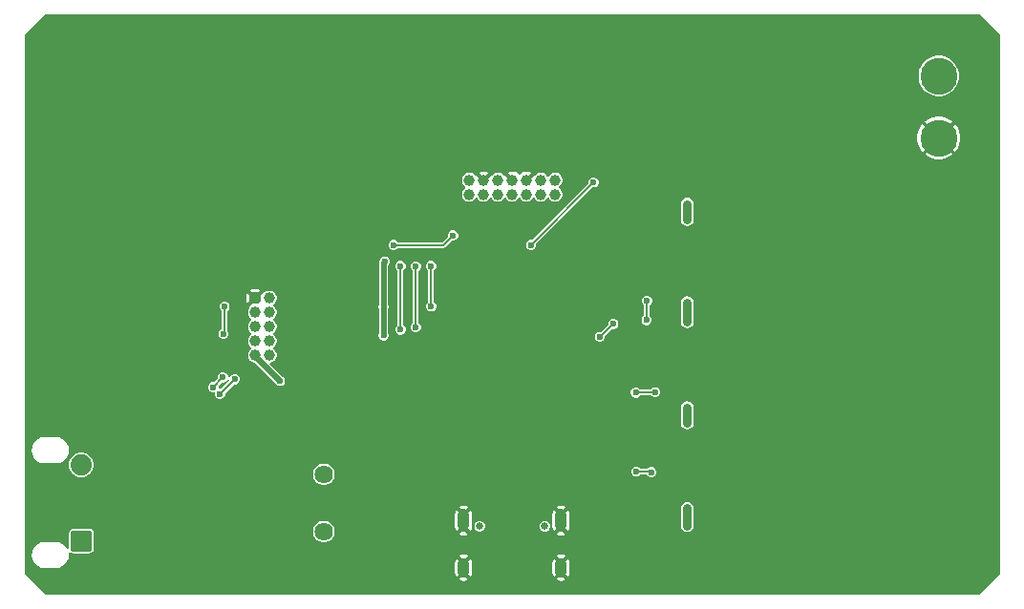
<source format=gbl>
G04*
G04 #@! TF.GenerationSoftware,Altium Limited,Altium Designer,22.4.2 (48)*
G04*
G04 Layer_Physical_Order=2*
G04 Layer_Color=16711680*
%FSLAX44Y44*%
%MOMM*%
G71*
G04*
G04 #@! TF.SameCoordinates,5AEF41FB-E79F-4A44-A991-0DBAD6E3AD50*
G04*
G04*
G04 #@! TF.FilePolarity,Positive*
G04*
G01*
G75*
%ADD10C,0.2500*%
%ADD12C,0.2000*%
%ADD47O,1.0000X1.8000*%
%ADD48O,1.0000X2.1000*%
%ADD49C,1.6256*%
%ADD50C,0.6500*%
%ADD51C,1.0000*%
G04:AMPARAMS|DCode=52|XSize=1mm|YSize=1mm|CornerRadius=0.25mm|HoleSize=0mm|Usage=FLASHONLY|Rotation=270.000|XOffset=0mm|YOffset=0mm|HoleType=Round|Shape=RoundedRectangle|*
%AMROUNDEDRECTD52*
21,1,1.0000,0.5000,0,0,270.0*
21,1,0.5000,1.0000,0,0,270.0*
1,1,0.5000,-0.2500,-0.2500*
1,1,0.5000,-0.2500,0.2500*
1,1,0.5000,0.2500,0.2500*
1,1,0.5000,0.2500,-0.2500*
%
%ADD52ROUNDEDRECTD52*%
%ADD53C,3.2700*%
G04:AMPARAMS|DCode=54|XSize=1.881mm|YSize=1.881mm|CornerRadius=0.2351mm|HoleSize=0mm|Usage=FLASHONLY|Rotation=0.000|XOffset=0mm|YOffset=0mm|HoleType=Round|Shape=RoundedRectangle|*
%AMROUNDEDRECTD54*
21,1,1.8810,1.4108,0,0,0.0*
21,1,1.4108,1.8810,0,0,0.0*
1,1,0.4703,0.7054,-0.7054*
1,1,0.4703,-0.7054,-0.7054*
1,1,0.4703,-0.7054,0.7054*
1,1,0.4703,0.7054,0.7054*
%
%ADD54ROUNDEDRECTD54*%
%ADD55C,1.8810*%
%ADD56C,0.5000*%
%ADD59C,0.8000*%
%ADD64C,0.6000*%
%ADD65C,0.5000*%
%ADD66C,0.8000*%
G36*
X432451Y238944D02*
Y-238944D01*
X413944Y-257451D01*
X-413944D01*
X-432451Y-238944D01*
Y238944D01*
X-413944Y257451D01*
X413944D01*
X432451Y238944D01*
D02*
G37*
%LPC*%
G36*
X379758Y220350D02*
X376242D01*
X372793Y219664D01*
X369545Y218319D01*
X366621Y216365D01*
X364135Y213879D01*
X362182Y210955D01*
X360836Y207707D01*
X360150Y204258D01*
Y200742D01*
X360836Y197293D01*
X362182Y194045D01*
X364135Y191121D01*
X366621Y188635D01*
X369545Y186682D01*
X372793Y185336D01*
X376242Y184650D01*
X379758D01*
X383207Y185336D01*
X386455Y186682D01*
X389379Y188635D01*
X391865Y191121D01*
X393819Y194045D01*
X395164Y197293D01*
X395850Y200742D01*
Y204258D01*
X395164Y207707D01*
X393819Y210955D01*
X391865Y213879D01*
X389379Y216365D01*
X386455Y218319D01*
X383207Y219664D01*
X379758Y220350D01*
D02*
G37*
G36*
X379860Y166390D02*
X376139D01*
X372490Y165664D01*
X369052Y164240D01*
X365958Y162173D01*
X365880Y162095D01*
X378000Y149975D01*
X390120Y162095D01*
X390042Y162173D01*
X386948Y164240D01*
X383510Y165664D01*
X379860Y166390D01*
D02*
G37*
G36*
X392595Y159620D02*
X380475Y147500D01*
X392595Y135380D01*
X392673Y135458D01*
X394740Y138552D01*
X396164Y141990D01*
X396890Y145640D01*
Y149361D01*
X396164Y153010D01*
X394740Y156448D01*
X392673Y159542D01*
X392595Y159620D01*
D02*
G37*
G36*
X363405Y159620D02*
X363327Y159542D01*
X361260Y156448D01*
X359836Y153010D01*
X359110Y149361D01*
Y145640D01*
X359836Y141990D01*
X361260Y138552D01*
X363327Y135458D01*
X363405Y135380D01*
X375525Y147500D01*
X363405Y159620D01*
D02*
G37*
G36*
X378000Y145025D02*
X365880Y132905D01*
X365958Y132827D01*
X369052Y130760D01*
X372490Y129336D01*
X376139Y128610D01*
X379860D01*
X383510Y129336D01*
X386948Y130760D01*
X390042Y132827D01*
X390120Y132905D01*
X378000Y145025D01*
D02*
G37*
G36*
X13693Y117740D02*
X11707D01*
X9790Y117226D01*
X8070Y116234D01*
X7195Y115358D01*
X6350Y114974D01*
X5505Y115358D01*
X4630Y116234D01*
X2910Y117226D01*
X993Y117740D01*
X-993D01*
X-2910Y117226D01*
X-3951Y116625D01*
X1237Y111437D01*
X-1237Y108963D01*
X-6656Y114381D01*
X-7733Y114426D01*
X-8709Y115401D01*
X-10191Y116257D01*
X-11844Y116700D01*
X-13556D01*
X-15209Y116257D01*
X-16691Y115401D01*
X-17667Y114426D01*
X-18744Y114381D01*
X-24163Y108963D01*
X-25400Y110200D01*
X-26637Y108963D01*
X-32056Y114381D01*
X-33133Y114426D01*
X-34109Y115401D01*
X-35591Y116257D01*
X-37244Y116700D01*
X-38956D01*
X-40609Y116257D01*
X-42091Y115401D01*
X-43301Y114191D01*
X-44157Y112709D01*
X-44600Y111056D01*
Y109344D01*
X-44157Y107691D01*
X-43301Y106209D01*
X-42091Y104999D01*
X-41371Y104583D01*
Y103117D01*
X-42091Y102701D01*
X-43301Y101491D01*
X-44157Y100009D01*
X-44600Y98356D01*
Y96644D01*
X-44157Y94991D01*
X-43301Y93509D01*
X-42091Y92299D01*
X-40609Y91443D01*
X-38956Y91000D01*
X-37244D01*
X-35591Y91443D01*
X-34109Y92299D01*
X-32899Y93509D01*
X-32483Y94229D01*
X-31017D01*
X-30601Y93509D01*
X-29391Y92299D01*
X-27909Y91443D01*
X-26256Y91000D01*
X-24544D01*
X-22891Y91443D01*
X-21409Y92299D01*
X-20199Y93509D01*
X-19783Y94229D01*
X-18317D01*
X-17901Y93509D01*
X-16691Y92299D01*
X-15209Y91443D01*
X-13556Y91000D01*
X-11844D01*
X-10191Y91443D01*
X-8709Y92299D01*
X-7499Y93509D01*
X-7083Y94229D01*
X-5617D01*
X-5201Y93509D01*
X-3991Y92299D01*
X-2509Y91443D01*
X-856Y91000D01*
X856D01*
X2509Y91443D01*
X3991Y92299D01*
X5201Y93509D01*
X5617Y94229D01*
X7083D01*
X7499Y93509D01*
X8709Y92299D01*
X10191Y91443D01*
X11844Y91000D01*
X13556D01*
X15209Y91443D01*
X16691Y92299D01*
X17901Y93509D01*
X18317Y94229D01*
X19783D01*
X20199Y93509D01*
X21409Y92299D01*
X22891Y91443D01*
X24544Y91000D01*
X26256D01*
X27909Y91443D01*
X29391Y92299D01*
X30601Y93509D01*
X31017Y94229D01*
X32483D01*
X32899Y93509D01*
X34109Y92299D01*
X35591Y91443D01*
X37244Y91000D01*
X38956D01*
X40609Y91443D01*
X42091Y92299D01*
X43301Y93509D01*
X44157Y94991D01*
X44600Y96644D01*
Y98356D01*
X44157Y100009D01*
X43301Y101491D01*
X42091Y102701D01*
X41371Y103117D01*
Y104583D01*
X42091Y104999D01*
X43301Y106209D01*
X44157Y107691D01*
X44600Y109344D01*
Y111056D01*
X44157Y112709D01*
X43301Y114191D01*
X42091Y115401D01*
X40609Y116257D01*
X38956Y116700D01*
X37244D01*
X35591Y116257D01*
X34109Y115401D01*
X32899Y114191D01*
X32483Y113471D01*
X31017D01*
X30601Y114191D01*
X29391Y115401D01*
X27909Y116257D01*
X26256Y116700D01*
X24544D01*
X22891Y116257D01*
X21409Y115401D01*
X20433Y114426D01*
X19356Y114381D01*
X13937Y108963D01*
X11463Y111437D01*
X16651Y116625D01*
X15610Y117226D01*
X13693Y117740D01*
D02*
G37*
G36*
X-24407D02*
X-26393D01*
X-28310Y117226D01*
X-29351Y116625D01*
X-25400Y112675D01*
X-21449Y116625D01*
X-22490Y117226D01*
X-24407Y117740D01*
D02*
G37*
G36*
X72895Y112500D02*
X71105D01*
X69451Y111815D01*
X68185Y110549D01*
X67500Y108895D01*
Y107123D01*
X17476Y57099D01*
X17463Y57105D01*
X15673D01*
X14019Y56420D01*
X12753Y55154D01*
X12068Y53500D01*
Y51710D01*
X12753Y50056D01*
X14019Y48790D01*
X15673Y48105D01*
X17463D01*
X19117Y48790D01*
X20383Y50056D01*
X21068Y51710D01*
Y53481D01*
X71092Y103505D01*
X71105Y103500D01*
X72895D01*
X74549Y104185D01*
X75815Y105451D01*
X76500Y107105D01*
Y108895D01*
X75815Y110549D01*
X74549Y111815D01*
X72895Y112500D01*
D02*
G37*
G36*
X155000Y94608D02*
X152854Y94181D01*
X151035Y92965D01*
X149819Y91146D01*
X149392Y89000D01*
Y75000D01*
X149819Y72854D01*
X151035Y71035D01*
X152854Y69819D01*
X155000Y69392D01*
X157146Y69819D01*
X158965Y71035D01*
X160181Y72854D01*
X160608Y75000D01*
Y89000D01*
X160181Y91146D01*
X158965Y92965D01*
X157146Y94181D01*
X155000Y94608D01*
D02*
G37*
G36*
X-51605Y65500D02*
X-53395D01*
X-55049Y64815D01*
X-56315Y63549D01*
X-57000Y61895D01*
Y60105D01*
X-57000Y60105D01*
X-62056Y55049D01*
X-101185D01*
X-101185Y55049D01*
X-102451Y56315D01*
X-104105Y57000D01*
X-105895D01*
X-107549Y56315D01*
X-108815Y55049D01*
X-109500Y53395D01*
Y51605D01*
X-108815Y49951D01*
X-107549Y48685D01*
X-105895Y48000D01*
X-104105D01*
X-102451Y48685D01*
X-101185Y49951D01*
X-101185Y49951D01*
X-61000D01*
X-60024Y50145D01*
X-59198Y50698D01*
X-53395Y56500D01*
X-53395Y56500D01*
X-51605D01*
X-49951Y57185D01*
X-48685Y58451D01*
X-48000Y60105D01*
Y61895D01*
X-48685Y63549D01*
X-49951Y64815D01*
X-51605Y65500D01*
D02*
G37*
G36*
X-214294Y11900D02*
X-216006D01*
X-217659Y11457D01*
X-219141Y10601D01*
X-219466Y10277D01*
X-219507Y10262D01*
X-220373Y10402D01*
X-226613Y4163D01*
X-232852Y-2077D01*
X-232712Y-2943D01*
X-232727Y-2984D01*
X-233051Y-3309D01*
X-233907Y-4791D01*
X-234350Y-6444D01*
Y-8156D01*
X-233907Y-9809D01*
X-233051Y-11291D01*
X-231841Y-12501D01*
X-231121Y-12917D01*
Y-14383D01*
X-231841Y-14799D01*
X-233051Y-16009D01*
X-233907Y-17491D01*
X-234350Y-19144D01*
Y-20856D01*
X-233907Y-22509D01*
X-233051Y-23991D01*
X-231841Y-25201D01*
X-231121Y-25617D01*
Y-27083D01*
X-231841Y-27499D01*
X-233051Y-28709D01*
X-233907Y-30191D01*
X-234350Y-31844D01*
Y-33556D01*
X-233907Y-35209D01*
X-233051Y-36691D01*
X-231841Y-37901D01*
X-231121Y-38317D01*
Y-39783D01*
X-231841Y-40199D01*
X-233051Y-41409D01*
X-233907Y-42891D01*
X-234350Y-44544D01*
Y-46256D01*
X-233907Y-47909D01*
X-233051Y-49391D01*
X-231841Y-50601D01*
X-230359Y-51457D01*
X-228706Y-51900D01*
X-227853D01*
X-210247Y-69506D01*
X-209815Y-70549D01*
X-208549Y-71815D01*
X-206895Y-72500D01*
X-205105D01*
X-203451Y-71815D01*
X-202185Y-70549D01*
X-201500Y-68895D01*
Y-67105D01*
X-202185Y-65451D01*
X-203451Y-64185D01*
X-204443Y-63774D01*
X-215047Y-53170D01*
X-214521Y-51900D01*
X-214294D01*
X-212641Y-51457D01*
X-211159Y-50601D01*
X-209949Y-49391D01*
X-209093Y-47909D01*
X-208650Y-46256D01*
Y-44544D01*
X-209093Y-42891D01*
X-209949Y-41409D01*
X-211159Y-40199D01*
X-211879Y-39783D01*
Y-38317D01*
X-211159Y-37901D01*
X-209949Y-36691D01*
X-209093Y-35209D01*
X-208650Y-33556D01*
Y-31844D01*
X-209093Y-30191D01*
X-209949Y-28709D01*
X-211159Y-27499D01*
X-211879Y-27083D01*
Y-25617D01*
X-211159Y-25201D01*
X-209949Y-23991D01*
X-209093Y-22509D01*
X-208650Y-20856D01*
Y-19144D01*
X-209093Y-17491D01*
X-209949Y-16009D01*
X-211159Y-14799D01*
X-211879Y-14383D01*
Y-12917D01*
X-211159Y-12501D01*
X-209949Y-11291D01*
X-209093Y-9809D01*
X-208650Y-8156D01*
Y-6444D01*
X-209093Y-4791D01*
X-209949Y-3309D01*
X-211159Y-2099D01*
X-211879Y-1683D01*
Y-217D01*
X-211159Y199D01*
X-209949Y1409D01*
X-209093Y2891D01*
X-208650Y4544D01*
Y6256D01*
X-209093Y7909D01*
X-209949Y9391D01*
X-211159Y10601D01*
X-212641Y11457D01*
X-214294Y11900D01*
D02*
G37*
G36*
X-225350Y13039D02*
X-230350D01*
X-232316Y12648D01*
X-232500Y12525D01*
X-227850Y7875D01*
X-223200Y12525D01*
X-223384Y12648D01*
X-225350Y13039D01*
D02*
G37*
G36*
X-234975Y10050D02*
X-235098Y9866D01*
X-235489Y7900D01*
Y2900D01*
X-235098Y934D01*
X-234975Y750D01*
X-230325Y5400D01*
X-234975Y10050D01*
D02*
G37*
G36*
X-71105Y38500D02*
X-72895D01*
X-74549Y37815D01*
X-75815Y36549D01*
X-76500Y34895D01*
Y33105D01*
X-75815Y31451D01*
X-74549Y30185D01*
X-74549Y30185D01*
Y1815D01*
X-74549Y1815D01*
X-75815Y549D01*
X-76500Y-1105D01*
Y-2895D01*
X-75815Y-4549D01*
X-74549Y-5815D01*
X-72895Y-6500D01*
X-71105D01*
X-69451Y-5815D01*
X-68185Y-4549D01*
X-67500Y-2895D01*
Y-1105D01*
X-68185Y549D01*
X-69451Y1815D01*
X-69451Y1815D01*
Y30185D01*
X-69451Y30185D01*
X-68185Y31451D01*
X-67500Y33105D01*
Y34895D01*
X-68185Y36549D01*
X-69451Y37815D01*
X-71105Y38500D01*
D02*
G37*
G36*
X120395Y7500D02*
X118605D01*
X116951Y6815D01*
X115685Y5549D01*
X115000Y3895D01*
Y2105D01*
X115685Y451D01*
X116701Y-565D01*
Y-10081D01*
X116451Y-10185D01*
X115185Y-11451D01*
X114500Y-13105D01*
Y-14895D01*
X115185Y-16549D01*
X116451Y-17815D01*
X118105Y-18500D01*
X119895D01*
X121549Y-17815D01*
X122815Y-16549D01*
X123500Y-14895D01*
Y-13105D01*
X122815Y-11451D01*
X121799Y-10435D01*
Y-918D01*
X122049Y-815D01*
X123315Y451D01*
X124000Y2105D01*
Y3895D01*
X123315Y5549D01*
X122049Y6815D01*
X120395Y7500D01*
D02*
G37*
G36*
X155000Y7108D02*
X152854Y6681D01*
X151035Y5465D01*
X149819Y3646D01*
X149392Y1500D01*
Y-15500D01*
X149819Y-17646D01*
X151035Y-19465D01*
X152854Y-20681D01*
X155000Y-21108D01*
X157146Y-20681D01*
X158965Y-19465D01*
X160181Y-17646D01*
X160608Y-15500D01*
Y1500D01*
X160181Y3646D01*
X158965Y5465D01*
X157146Y6681D01*
X155000Y7108D01*
D02*
G37*
G36*
X90395Y-13000D02*
X88605D01*
X86951Y-13685D01*
X85685Y-14951D01*
X85000Y-16605D01*
Y-18145D01*
X78572Y-24573D01*
X78395Y-24500D01*
X76605D01*
X74951Y-25185D01*
X73685Y-26451D01*
X73000Y-28105D01*
Y-29895D01*
X73685Y-31549D01*
X74951Y-32815D01*
X76605Y-33500D01*
X78395D01*
X80049Y-32815D01*
X81315Y-31549D01*
X82000Y-29895D01*
Y-28355D01*
X88428Y-21927D01*
X88605Y-22000D01*
X90395D01*
X92049Y-21315D01*
X93315Y-20049D01*
X94000Y-18395D01*
Y-16605D01*
X93315Y-14951D01*
X92049Y-13685D01*
X90395Y-13000D01*
D02*
G37*
G36*
X-84605Y38000D02*
X-86395D01*
X-88049Y37315D01*
X-89315Y36049D01*
X-90000Y34395D01*
Y32605D01*
X-89315Y30951D01*
X-88049Y29685D01*
X-88049Y29685D01*
Y14517D01*
X-88355Y14059D01*
X-88549Y13083D01*
Y-4985D01*
X-88355Y-5961D01*
X-88049Y-6419D01*
Y-16685D01*
X-88049Y-16685D01*
X-89315Y-17951D01*
X-90000Y-19605D01*
Y-21395D01*
X-89315Y-23049D01*
X-88049Y-24315D01*
X-86395Y-25000D01*
X-84605D01*
X-82951Y-24315D01*
X-81685Y-23049D01*
X-81000Y-21395D01*
Y-19605D01*
X-81685Y-17951D01*
X-82951Y-16685D01*
X-82951Y-16685D01*
Y-5485D01*
X-83145Y-4510D01*
X-83451Y-4052D01*
Y12150D01*
X-83145Y12608D01*
X-82951Y13584D01*
Y29685D01*
X-82951Y29685D01*
X-81685Y30951D01*
X-81000Y32605D01*
Y34395D01*
X-81685Y36049D01*
X-82951Y37315D01*
X-84605Y38000D01*
D02*
G37*
G36*
X-98105Y38500D02*
X-99895D01*
X-101549Y37815D01*
X-102815Y36549D01*
X-103500Y34895D01*
Y33105D01*
X-102815Y31451D01*
X-101549Y30185D01*
X-101549Y30185D01*
Y13185D01*
X-101739Y12901D01*
X-101933Y11926D01*
Y-6921D01*
X-101739Y-7897D01*
X-101549Y-8181D01*
Y-18685D01*
X-101549Y-18685D01*
X-102815Y-19951D01*
X-103500Y-21605D01*
Y-23395D01*
X-102815Y-25049D01*
X-101549Y-26315D01*
X-99895Y-27000D01*
X-98105D01*
X-96451Y-26315D01*
X-95185Y-25049D01*
X-94500Y-23395D01*
Y-21605D01*
X-95185Y-19951D01*
X-96451Y-18685D01*
X-96451Y-18685D01*
Y-7305D01*
X-96645Y-6330D01*
X-96835Y-6046D01*
Y11050D01*
X-96645Y11334D01*
X-96451Y12310D01*
Y30185D01*
X-96451Y30185D01*
X-95185Y31451D01*
X-94500Y33105D01*
Y34895D01*
X-95185Y36549D01*
X-96451Y37815D01*
X-98105Y38500D01*
D02*
G37*
G36*
X-254105Y2500D02*
X-255895D01*
X-257549Y1815D01*
X-258815Y549D01*
X-259500Y-1105D01*
Y-2895D01*
X-258815Y-4549D01*
X-258049Y-5315D01*
Y-22278D01*
X-258549Y-22485D01*
X-259815Y-23751D01*
X-260500Y-25405D01*
Y-27195D01*
X-259815Y-28849D01*
X-258549Y-30115D01*
X-256895Y-30800D01*
X-255105D01*
X-253451Y-30115D01*
X-252185Y-28849D01*
X-251500Y-27195D01*
Y-25405D01*
X-252185Y-23751D01*
X-252951Y-22985D01*
Y-6022D01*
X-252451Y-5815D01*
X-251185Y-4549D01*
X-250500Y-2895D01*
Y-1105D01*
X-251185Y549D01*
X-252451Y1815D01*
X-254105Y2500D01*
D02*
G37*
G36*
X-112105Y42500D02*
X-113895D01*
X-115549Y41815D01*
X-116815Y40549D01*
X-117500Y38895D01*
Y38691D01*
X-117768Y38290D01*
X-118078Y36729D01*
X-118078Y36729D01*
Y-87D01*
X-118500Y-1105D01*
Y-2895D01*
X-118078Y-3913D01*
Y-25587D01*
X-118500Y-26605D01*
Y-28395D01*
X-117815Y-30049D01*
X-116549Y-31315D01*
X-114895Y-32000D01*
X-113105D01*
X-111451Y-31315D01*
X-110185Y-30049D01*
X-109500Y-28395D01*
Y-26605D01*
X-109922Y-25587D01*
Y-3913D01*
X-109500Y-2895D01*
Y-1105D01*
X-109922Y-87D01*
Y34714D01*
X-109185Y35451D01*
X-108500Y37105D01*
Y38895D01*
X-109185Y40549D01*
X-110451Y41815D01*
X-112105Y42500D01*
D02*
G37*
G36*
X-255605Y-60500D02*
X-257395D01*
X-259049Y-61185D01*
X-260315Y-62451D01*
X-261000Y-64105D01*
Y-65895D01*
X-261000Y-65895D01*
X-264105Y-69000D01*
X-264105Y-69000D01*
X-265895D01*
X-267549Y-69685D01*
X-268815Y-70951D01*
X-269500Y-72605D01*
Y-74395D01*
X-268815Y-76049D01*
X-267549Y-77315D01*
X-265895Y-78000D01*
X-264624D01*
X-263893Y-78393D01*
X-263500Y-79124D01*
Y-80395D01*
X-262815Y-82049D01*
X-261549Y-83315D01*
X-259895Y-84000D01*
X-258105D01*
X-256451Y-83315D01*
X-255185Y-82049D01*
X-254500Y-80395D01*
Y-78605D01*
X-254500Y-78605D01*
X-246895Y-71000D01*
X-246895Y-71000D01*
X-245105D01*
X-243451Y-70315D01*
X-242185Y-69049D01*
X-241500Y-67395D01*
Y-65605D01*
X-242185Y-63951D01*
X-243451Y-62685D01*
X-245105Y-62000D01*
X-246895D01*
X-248549Y-62685D01*
X-249815Y-63951D01*
X-250500Y-65605D01*
Y-67395D01*
X-250500Y-67395D01*
X-258105Y-75000D01*
X-258105Y-75000D01*
X-259376D01*
X-260107Y-74607D01*
X-260500Y-73876D01*
Y-72605D01*
X-260500Y-72605D01*
X-257395Y-69500D01*
X-257395Y-69500D01*
X-255605D01*
X-253951Y-68815D01*
X-252685Y-67549D01*
X-252000Y-65895D01*
Y-64105D01*
X-252685Y-62451D01*
X-253951Y-61185D01*
X-255605Y-60500D01*
D02*
G37*
G36*
X127564Y-73491D02*
X125774D01*
X124120Y-74176D01*
X122854Y-75442D01*
X122749Y-75697D01*
X113061D01*
X112049Y-74685D01*
X110395Y-74000D01*
X108605D01*
X106951Y-74685D01*
X105685Y-75951D01*
X105000Y-77605D01*
Y-79395D01*
X105685Y-81049D01*
X106951Y-82315D01*
X108605Y-83000D01*
X110395D01*
X112049Y-82315D01*
X113315Y-81049D01*
X113420Y-80794D01*
X123109D01*
X124120Y-81806D01*
X125774Y-82491D01*
X127564D01*
X129218Y-81806D01*
X130484Y-80540D01*
X131169Y-78886D01*
Y-77096D01*
X130484Y-75442D01*
X129218Y-74176D01*
X127564Y-73491D01*
D02*
G37*
G36*
X155000Y-85892D02*
X152854Y-86319D01*
X151035Y-87535D01*
X149819Y-89354D01*
X149392Y-91500D01*
Y-105500D01*
X149819Y-107646D01*
X151035Y-109465D01*
X152854Y-110681D01*
X155000Y-111108D01*
X157146Y-110681D01*
X158965Y-109465D01*
X160181Y-107646D01*
X160608Y-105500D01*
Y-91500D01*
X160181Y-89354D01*
X158965Y-87535D01*
X157146Y-86319D01*
X155000Y-85892D01*
D02*
G37*
G36*
X-404500Y-117901D02*
X-414500D01*
X-417502Y-118296D01*
X-420300Y-119455D01*
X-422702Y-121298D01*
X-424545Y-123700D01*
X-425704Y-126498D01*
X-426099Y-129500D01*
X-425704Y-132502D01*
X-424545Y-135300D01*
X-422702Y-137702D01*
X-420300Y-139545D01*
X-417502Y-140704D01*
X-414500Y-141099D01*
X-404500D01*
X-401498Y-140704D01*
X-398700Y-139545D01*
X-396298Y-137702D01*
X-394455Y-135300D01*
X-393296Y-132502D01*
X-392901Y-129500D01*
X-393296Y-126498D01*
X-394455Y-123700D01*
X-396298Y-121298D01*
X-398700Y-119455D01*
X-401498Y-118296D01*
X-404500Y-117901D01*
D02*
G37*
G36*
X-380564Y-131595D02*
X-383436D01*
X-386209Y-132338D01*
X-388696Y-133774D01*
X-390726Y-135804D01*
X-392162Y-138291D01*
X-392905Y-141064D01*
Y-143936D01*
X-392162Y-146709D01*
X-390726Y-149196D01*
X-388696Y-151226D01*
X-386209Y-152662D01*
X-383436Y-153405D01*
X-380564D01*
X-377791Y-152662D01*
X-375304Y-151226D01*
X-373274Y-149196D01*
X-371838Y-146709D01*
X-371095Y-143936D01*
Y-141064D01*
X-371838Y-138291D01*
X-373274Y-135804D01*
X-375304Y-133774D01*
X-377791Y-132338D01*
X-380564Y-131595D01*
D02*
G37*
G36*
X110895Y-144000D02*
X109105D01*
X107451Y-144685D01*
X106185Y-145951D01*
X105500Y-147605D01*
Y-149395D01*
X106185Y-151049D01*
X107451Y-152315D01*
X109105Y-153000D01*
X110895D01*
X112549Y-152315D01*
X113565Y-151299D01*
X119081D01*
X119185Y-151549D01*
X120451Y-152815D01*
X122105Y-153500D01*
X123895D01*
X125549Y-152815D01*
X126815Y-151549D01*
X127500Y-149895D01*
Y-148105D01*
X126815Y-146451D01*
X125549Y-145185D01*
X123895Y-144500D01*
X122105D01*
X120451Y-145185D01*
X119435Y-146201D01*
X113919D01*
X113815Y-145951D01*
X112549Y-144685D01*
X110895Y-144000D01*
D02*
G37*
G36*
X-165732Y-141222D02*
X-168268D01*
X-170716Y-141878D01*
X-172912Y-143146D01*
X-174704Y-144938D01*
X-175972Y-147134D01*
X-176628Y-149582D01*
Y-152118D01*
X-175972Y-154566D01*
X-174704Y-156762D01*
X-172912Y-158554D01*
X-170716Y-159822D01*
X-168268Y-160478D01*
X-165732D01*
X-163284Y-159822D01*
X-161088Y-158554D01*
X-159296Y-156762D01*
X-158028Y-154566D01*
X-157372Y-152118D01*
Y-149582D01*
X-158028Y-147134D01*
X-159296Y-144938D01*
X-161088Y-143146D01*
X-163284Y-141878D01*
X-165732Y-141222D01*
D02*
G37*
G36*
X-43200Y-178845D02*
X-45168Y-179104D01*
X-47003Y-179864D01*
X-47177Y-179998D01*
X-43200Y-183975D01*
X-39223Y-179998D01*
X-39397Y-179864D01*
X-41232Y-179104D01*
X-43200Y-178845D01*
D02*
G37*
G36*
X43200D02*
X41232Y-179104D01*
X39397Y-179864D01*
X39223Y-179998D01*
X43200Y-183975D01*
X47177Y-179998D01*
X47003Y-179864D01*
X45168Y-179104D01*
X43200Y-178845D01*
D02*
G37*
G36*
X-36748Y-182473D02*
X-41963Y-187687D01*
X-43200Y-186450D01*
X-44437Y-187687D01*
X-49652Y-182473D01*
X-49786Y-182647D01*
X-50546Y-184482D01*
X-50805Y-186450D01*
Y-197450D01*
X-50546Y-199418D01*
X-49786Y-201252D01*
X-49652Y-201427D01*
X-44437Y-196213D01*
X-43200Y-197450D01*
X-41963Y-196213D01*
X-36748Y-201427D01*
X-36614Y-201252D01*
X-35854Y-199418D01*
X-35595Y-197450D01*
Y-186450D01*
X-35854Y-184482D01*
X-36614Y-182647D01*
X-36748Y-182473D01*
D02*
G37*
G36*
X49652Y-182473D02*
X44437Y-187687D01*
X43200Y-186450D01*
X41963Y-187687D01*
X36748Y-182473D01*
X36614Y-182647D01*
X35854Y-184482D01*
X35595Y-186450D01*
Y-197450D01*
X35854Y-199418D01*
X36614Y-201252D01*
X36748Y-201427D01*
X41963Y-196213D01*
X43200Y-197450D01*
X44437Y-196213D01*
X49652Y-201427D01*
X49786Y-201252D01*
X50546Y-199418D01*
X50805Y-197450D01*
Y-186450D01*
X50546Y-184482D01*
X49786Y-182647D01*
X49652Y-182473D01*
D02*
G37*
G36*
X29845Y-192200D02*
X27955D01*
X26209Y-192923D01*
X24873Y-194259D01*
X24150Y-196005D01*
Y-197895D01*
X24873Y-199641D01*
X26209Y-200977D01*
X27955Y-201700D01*
X29845D01*
X31591Y-200977D01*
X32927Y-199641D01*
X33650Y-197895D01*
Y-196005D01*
X32927Y-194259D01*
X31591Y-192923D01*
X29845Y-192200D01*
D02*
G37*
G36*
X-27955D02*
X-29845D01*
X-31591Y-192923D01*
X-32927Y-194259D01*
X-33650Y-196005D01*
Y-197895D01*
X-32927Y-199641D01*
X-31591Y-200977D01*
X-29845Y-201700D01*
X-27955D01*
X-26209Y-200977D01*
X-24873Y-199641D01*
X-24150Y-197895D01*
Y-196005D01*
X-24873Y-194259D01*
X-26209Y-192923D01*
X-27955Y-192200D01*
D02*
G37*
G36*
X155000Y-175392D02*
X152854Y-175819D01*
X151035Y-177035D01*
X149819Y-178854D01*
X149392Y-181000D01*
Y-196500D01*
X149819Y-198646D01*
X151035Y-200465D01*
X152854Y-201681D01*
X155000Y-202108D01*
X157146Y-201681D01*
X158965Y-200465D01*
X160181Y-198646D01*
X160608Y-196500D01*
Y-181000D01*
X160181Y-178854D01*
X158965Y-177035D01*
X157146Y-175819D01*
X155000Y-175392D01*
D02*
G37*
G36*
X43200Y-199925D02*
X39223Y-203902D01*
X39397Y-204036D01*
X41232Y-204796D01*
X43200Y-205055D01*
X45168Y-204796D01*
X47003Y-204036D01*
X47177Y-203902D01*
X43200Y-199925D01*
D02*
G37*
G36*
X-43200Y-199925D02*
X-47177Y-203902D01*
X-47003Y-204036D01*
X-45168Y-204796D01*
X-43200Y-205055D01*
X-41232Y-204796D01*
X-39397Y-204036D01*
X-39223Y-203902D01*
X-43200Y-199925D01*
D02*
G37*
G36*
X-165732Y-192022D02*
X-168268D01*
X-170716Y-192678D01*
X-172912Y-193946D01*
X-174704Y-195738D01*
X-175972Y-197934D01*
X-176628Y-200382D01*
Y-202917D01*
X-175972Y-205366D01*
X-174704Y-207562D01*
X-172912Y-209354D01*
X-170716Y-210622D01*
X-168268Y-211278D01*
X-165732D01*
X-163284Y-210622D01*
X-161088Y-209354D01*
X-159296Y-207562D01*
X-158028Y-205366D01*
X-157372Y-202917D01*
Y-200382D01*
X-158028Y-197934D01*
X-159296Y-195738D01*
X-161088Y-193946D01*
X-163284Y-192678D01*
X-165732Y-192022D01*
D02*
G37*
G36*
X-374946Y-199020D02*
X-389054D01*
X-390556Y-199318D01*
X-391830Y-200170D01*
X-392682Y-201444D01*
X-392980Y-202946D01*
Y-217054D01*
X-394220Y-217269D01*
X-394455Y-216700D01*
X-396298Y-214298D01*
X-398700Y-212455D01*
X-401498Y-211296D01*
X-404500Y-210901D01*
X-414500D01*
X-417502Y-211296D01*
X-420300Y-212455D01*
X-422702Y-214298D01*
X-424545Y-216700D01*
X-425704Y-219498D01*
X-426099Y-222500D01*
X-425704Y-225502D01*
X-424545Y-228300D01*
X-422702Y-230702D01*
X-420300Y-232545D01*
X-417502Y-233704D01*
X-414500Y-234099D01*
X-404500D01*
X-401498Y-233704D01*
X-398700Y-232545D01*
X-396298Y-230702D01*
X-394455Y-228300D01*
X-393296Y-225502D01*
X-392901Y-222500D01*
X-393226Y-220027D01*
X-392006Y-219568D01*
X-391830Y-219830D01*
X-390556Y-220681D01*
X-389054Y-220980D01*
X-374946D01*
X-373444Y-220681D01*
X-372170Y-219830D01*
X-371319Y-218556D01*
X-371020Y-217054D01*
Y-202946D01*
X-371319Y-201444D01*
X-372170Y-200170D01*
X-373444Y-199318D01*
X-374946Y-199020D01*
D02*
G37*
G36*
X-43200Y-222145D02*
X-45168Y-222404D01*
X-47003Y-223164D01*
X-47177Y-223298D01*
X-43200Y-227275D01*
X-39223Y-223298D01*
X-39397Y-223164D01*
X-41232Y-222404D01*
X-43200Y-222145D01*
D02*
G37*
G36*
X43200D02*
X41232Y-222404D01*
X39397Y-223164D01*
X39223Y-223298D01*
X43200Y-227275D01*
X47177Y-223298D01*
X47003Y-223164D01*
X45168Y-222404D01*
X43200Y-222145D01*
D02*
G37*
G36*
X-49652Y-225773D02*
X-49786Y-225947D01*
X-50546Y-227782D01*
X-50805Y-229750D01*
Y-237750D01*
X-50546Y-239718D01*
X-49786Y-241553D01*
X-49652Y-241727D01*
X-44437Y-236513D01*
X-43200Y-237750D01*
X-41962Y-236513D01*
X-36748Y-241727D01*
X-36614Y-241553D01*
X-35854Y-239718D01*
X-35595Y-237750D01*
Y-229750D01*
X-35854Y-227782D01*
X-36614Y-225947D01*
X-36748Y-225773D01*
X-41962Y-230987D01*
X-43200Y-229750D01*
X-44437Y-230987D01*
X-49652Y-225773D01*
D02*
G37*
G36*
X36748D02*
X36614Y-225947D01*
X35854Y-227782D01*
X35595Y-229750D01*
Y-237750D01*
X35854Y-239718D01*
X36614Y-241553D01*
X36748Y-241727D01*
X41963Y-236513D01*
X43200Y-237750D01*
X44438Y-236513D01*
X49652Y-241727D01*
X49786Y-241553D01*
X50546Y-239718D01*
X50805Y-237750D01*
Y-229750D01*
X50546Y-227782D01*
X49786Y-225947D01*
X49652Y-225773D01*
X44438Y-230987D01*
X43200Y-229750D01*
X41963Y-230987D01*
X36748Y-225773D01*
D02*
G37*
G36*
X43200Y-240225D02*
X39223Y-244202D01*
X39397Y-244336D01*
X41232Y-245096D01*
X43200Y-245355D01*
X45168Y-245096D01*
X47003Y-244336D01*
X47177Y-244202D01*
X43200Y-240225D01*
D02*
G37*
G36*
X-43200Y-240225D02*
X-47177Y-244202D01*
X-47003Y-244336D01*
X-45168Y-245096D01*
X-43200Y-245355D01*
X-41232Y-245096D01*
X-39397Y-244336D01*
X-39223Y-244202D01*
X-43200Y-240225D01*
D02*
G37*
%LPD*%
D10*
X-256000Y-26300D02*
X-255500Y-25800D01*
D12*
X-72000Y-2000D02*
Y34000D01*
X-85500Y-20500D02*
Y-5485D01*
X-86000Y-4985D02*
X-85500Y-5485D01*
Y13584D02*
Y33500D01*
X-86000Y-4985D02*
Y13083D01*
X-85500Y13584D01*
X-99000Y12310D02*
Y34000D01*
Y-22500D02*
Y-7305D01*
X-99384Y-6921D02*
Y11926D01*
Y-6921D02*
X-99000Y-7305D01*
X-99384Y11926D02*
X-99000Y12310D01*
X-105000Y52500D02*
X-61000D01*
X-52500Y61000D01*
X126415Y-78246D02*
X126669Y-77991D01*
X109754Y-78246D02*
X126415D01*
X109500Y-78500D02*
X109754Y-78246D01*
X16586Y52605D02*
X71982Y108000D01*
X16568Y52605D02*
X16586D01*
X71982Y108000D02*
X72000D01*
X-255500Y-25800D02*
Y-2500D01*
X-255000Y-2000D01*
X-259000Y-79500D02*
X-246000Y-66500D01*
X-265000Y-73500D02*
X-256500Y-65000D01*
X119250Y-13750D02*
Y2750D01*
X119500Y3000D01*
X119000Y-14000D02*
X119250Y-13750D01*
X89250Y-17500D02*
X89500D01*
X77750Y-29000D02*
X89250Y-17500D01*
X77500Y-29000D02*
X77750D01*
X110250Y-148750D02*
X122750D01*
X110000Y-148500D02*
X110250Y-148750D01*
X122750D02*
X123000Y-149000D01*
D47*
X43200Y-233750D02*
D03*
X-43200D02*
D03*
D48*
X43200Y-191950D02*
D03*
X-43200D02*
D03*
D49*
X-167000Y-201650D02*
D03*
Y-150850D02*
D03*
D50*
X-28900Y-196950D02*
D03*
X28900D02*
D03*
D51*
X-215150Y-45400D02*
D03*
Y-32700D02*
D03*
X-227850Y-45400D02*
D03*
Y-32700D02*
D03*
X-215150Y-20000D02*
D03*
Y-7300D02*
D03*
X-227850Y-20000D02*
D03*
Y-7300D02*
D03*
X-215150Y5400D02*
D03*
X-38100Y97500D02*
D03*
Y110200D02*
D03*
X-25400Y97500D02*
D03*
Y110200D02*
D03*
X-12700Y97500D02*
D03*
Y110200D02*
D03*
X0Y97500D02*
D03*
Y110200D02*
D03*
X12700Y97500D02*
D03*
Y110200D02*
D03*
X25400Y97500D02*
D03*
Y110200D02*
D03*
X38100Y97500D02*
D03*
Y110200D02*
D03*
D52*
X-227850Y5400D02*
D03*
D53*
X378000Y202500D02*
D03*
Y147500D02*
D03*
D54*
X-382000Y-210000D02*
D03*
D55*
Y-142500D02*
D03*
D56*
X-114000Y-27500D02*
Y36729D01*
X-113000Y37729D01*
Y38000D01*
X-206000Y-68000D02*
Y-67985D01*
X-227850Y-46135D02*
X-206000Y-67985D01*
X-227850Y-46135D02*
Y-45400D01*
D59*
X155000Y-196500D02*
Y-181000D01*
Y75000D02*
Y89000D01*
Y-15500D02*
Y1500D01*
Y-105500D02*
Y-91500D01*
D64*
X135000Y188500D02*
D03*
Y58000D02*
D03*
Y-32000D02*
D03*
Y-122000D02*
D03*
Y-212000D02*
D03*
X-114000Y-27500D02*
D03*
X-72000Y34000D02*
D03*
X-85500Y33500D02*
D03*
X-99000Y34000D02*
D03*
Y-22500D02*
D03*
X-114000Y-2000D02*
D03*
X-72000D02*
D03*
X-80000Y-2500D02*
D03*
X-93384Y-2431D02*
D03*
X-105500Y-2500D02*
D03*
X-113000Y38000D02*
D03*
X-105000Y52500D02*
D03*
X126669Y-77991D02*
D03*
X72000Y108000D02*
D03*
X-255000Y-2000D02*
D03*
X-52500Y61000D02*
D03*
X-297000Y208500D02*
D03*
X-270500D02*
D03*
X-256500Y98500D02*
D03*
X-274500Y109500D02*
D03*
X-379500Y64500D02*
D03*
X-394000Y-111000D02*
D03*
X10500Y136200D02*
D03*
X0Y204700D02*
D03*
X-22000Y184700D02*
D03*
X22000D02*
D03*
X-8500Y81500D02*
D03*
X-85500Y-20500D02*
D03*
X-256000Y-26300D02*
D03*
X-206000Y-68000D02*
D03*
X-395500Y-77500D02*
D03*
X-259000Y-79500D02*
D03*
X-246000Y-66500D02*
D03*
X-256500Y-65000D02*
D03*
X-265000Y-73500D02*
D03*
X16568Y52605D02*
D03*
X119000Y-14000D02*
D03*
X119500Y3000D02*
D03*
X89500Y-17500D02*
D03*
X77500Y-29000D02*
D03*
X109500Y-78500D02*
D03*
X110000Y-148500D02*
D03*
X123000Y-149000D02*
D03*
X155000Y-196500D02*
D03*
Y75000D02*
D03*
Y89000D02*
D03*
Y1500D02*
D03*
Y-15500D02*
D03*
Y-91500D02*
D03*
Y-105500D02*
D03*
Y-181000D02*
D03*
X235000Y127500D02*
D03*
X246000D02*
D03*
X269250Y127500D02*
D03*
X257750Y128500D02*
D03*
X349500Y169000D02*
D03*
X217698Y36403D02*
D03*
X-26450Y65500D02*
D03*
X56000Y14500D02*
D03*
X-56000Y45600D02*
D03*
X32882Y22791D02*
D03*
X20252Y-62271D02*
D03*
X252D02*
D03*
X-22500Y33160D02*
D03*
X210521Y-188000D02*
D03*
X185000Y-178500D02*
D03*
X210521Y-98000D02*
D03*
X185000Y-88500D02*
D03*
X210521Y-8000D02*
D03*
X185000Y1500D02*
D03*
X229500Y-224500D02*
D03*
X237000D02*
D03*
X222000D02*
D03*
X229500Y-134500D02*
D03*
X237000D02*
D03*
X222000D02*
D03*
X229500Y-44500D02*
D03*
X237000D02*
D03*
X222000D02*
D03*
X185000Y91500D02*
D03*
X210521Y82000D02*
D03*
X222000Y45500D02*
D03*
X237000D02*
D03*
X229500D02*
D03*
D65*
X292000Y155000D02*
D03*
Y168000D02*
D03*
X305000Y155000D02*
D03*
Y168000D02*
D03*
X318000Y155000D02*
D03*
Y168000D02*
D03*
X331000Y155000D02*
D03*
Y168000D02*
D03*
D66*
X426250Y236500D02*
D03*
Y-92543D02*
D03*
Y-133674D02*
D03*
Y-113109D02*
D03*
Y-154239D02*
D03*
Y-215935D02*
D03*
Y-195370D02*
D03*
Y-174804D02*
D03*
Y10283D02*
D03*
Y-10283D02*
D03*
Y-51413D02*
D03*
Y-30848D02*
D03*
Y-71978D02*
D03*
Y113109D02*
D03*
Y92543D02*
D03*
Y51413D02*
D03*
Y71978D02*
D03*
Y30848D02*
D03*
Y133674D02*
D03*
Y174804D02*
D03*
Y154239D02*
D03*
Y195369D02*
D03*
Y215935D02*
D03*
Y-236500D02*
D03*
X-426250Y-236500D02*
D03*
Y215935D02*
D03*
Y195369D02*
D03*
Y154239D02*
D03*
Y174804D02*
D03*
Y133674D02*
D03*
X-428250Y30848D02*
D03*
Y71978D02*
D03*
Y51413D02*
D03*
X-426250Y92543D02*
D03*
Y113109D02*
D03*
X-428250Y-71978D02*
D03*
Y-30848D02*
D03*
Y-51413D02*
D03*
Y-10283D02*
D03*
Y10282D02*
D03*
X-426250Y-174804D02*
D03*
Y-195370D02*
D03*
Y-154239D02*
D03*
X-428250Y-113109D02*
D03*
Y-92543D02*
D03*
X-411500Y-251250D02*
D03*
X-390925D02*
D03*
X-370350D02*
D03*
X-329200D02*
D03*
X-349775D02*
D03*
X-308625D02*
D03*
X-205750D02*
D03*
X-246900D02*
D03*
X-226325D02*
D03*
X-267475D02*
D03*
X-288050D02*
D03*
X-102875D02*
D03*
X-144025D02*
D03*
X-123450D02*
D03*
X-164600D02*
D03*
X-185175D02*
D03*
X102875D02*
D03*
X123450D02*
D03*
X164600D02*
D03*
X144025D02*
D03*
X185175D02*
D03*
X-0D02*
D03*
X20575D02*
D03*
X61725D02*
D03*
X41150D02*
D03*
X82300D02*
D03*
X-20575D02*
D03*
X-61725D02*
D03*
X-41150D02*
D03*
X-82300D02*
D03*
X390925D02*
D03*
X288050D02*
D03*
X308625D02*
D03*
X349775D02*
D03*
X329200D02*
D03*
X370350D02*
D03*
X267475D02*
D03*
X226325D02*
D03*
X246900D02*
D03*
X205750D02*
D03*
X411500D02*
D03*
Y251250D02*
D03*
X205750D02*
D03*
X246900D02*
D03*
X226325D02*
D03*
X267475D02*
D03*
X370350D02*
D03*
X329200D02*
D03*
X349775D02*
D03*
X308625D02*
D03*
X288050D02*
D03*
X390925D02*
D03*
X-82300D02*
D03*
X-41150D02*
D03*
X-61725D02*
D03*
X-20575D02*
D03*
X82300D02*
D03*
X41150D02*
D03*
X61725D02*
D03*
X20575D02*
D03*
X-0D02*
D03*
X185175D02*
D03*
X144025D02*
D03*
X164600D02*
D03*
X123450D02*
D03*
X102875D02*
D03*
X-185175D02*
D03*
X-164600D02*
D03*
X-123450D02*
D03*
X-144025D02*
D03*
X-102875D02*
D03*
X-288050D02*
D03*
X-267475D02*
D03*
X-226325D02*
D03*
X-246900D02*
D03*
X-205750D02*
D03*
X-308625D02*
D03*
X-349775D02*
D03*
X-329200D02*
D03*
X-370350D02*
D03*
X-426250Y236500D02*
D03*
X-390925Y251250D02*
D03*
X-411500D02*
D03*
M02*

</source>
